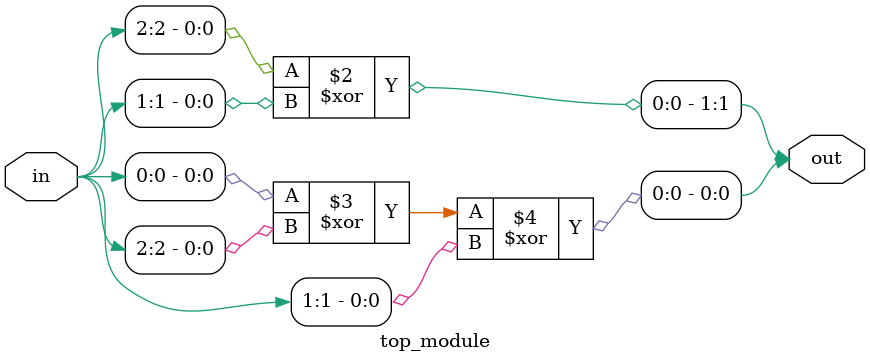
<source format=sv>
module top_module (
	input [2:0] in,
	output reg [1:0] out
);

	always @(*) begin
		out[1] = in[2] ^ in[1];
		out[0] = in[0] ^ in[2] ^ in[1];
	end
	
endmodule

</source>
